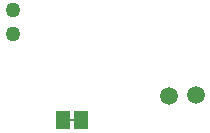
<source format=gbr>
G04 #@! TF.FileFunction,Paste,Bot*
%FSLAX46Y46*%
G04 Gerber Fmt 4.6, Leading zero omitted, Abs format (unit mm)*
G04 Created by KiCad (PCBNEW 4.0.6) date Monday, September 17, 2018 'PMt' 12:21:56 PM*
%MOMM*%
%LPD*%
G01*
G04 APERTURE LIST*
%ADD10C,0.100000*%
%ADD11C,1.500000*%
%ADD12R,1.168400X1.600200*%
%ADD13R,0.635000X0.203200*%
%ADD14C,1.270000*%
G04 APERTURE END LIST*
D10*
D11*
X141643100Y-111226600D03*
X143992600Y-111163100D03*
D12*
X134213600Y-113322100D03*
X132689600Y-113322100D03*
D13*
X133451600Y-113322100D03*
D14*
X128435100Y-106019600D03*
X128435100Y-103987600D03*
M02*

</source>
